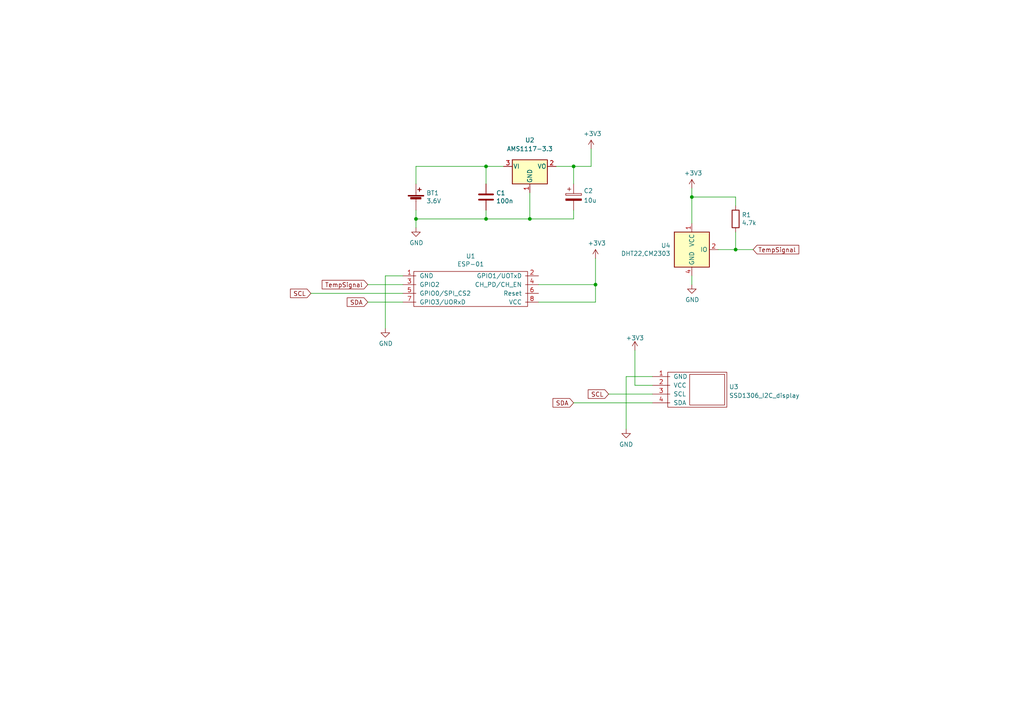
<source format=kicad_sch>
(kicad_sch (version 20211123) (generator eeschema)
  (paper "A4")
  (lib_symbols
    (symbol "Device:Battery_Cell" (pin_numbers hide) (pin_names (offset 0) hide)
      (property "Reference" "BT" (at 2.54 2.54 0))
      (property "Value" "Battery_Cell" (at 2.54 0 0))
      (symbol "Battery_Cell_0_1"
        (rectangle (start -2.286 1.778) (end 2.286 1.524) (fill (type outline)))
        (rectangle (start -1.5748 1.1938) (end 1.4732 0.6858) (fill (type outline)))
        (polyline (pts (xy 0 0.762) (xy 0 0)))
        (polyline (pts (xy 0 1.778) (xy 0 2.54)))
        (polyline (pts (xy 0.508 3.429) (xy 1.524 3.429)) (stroke (width 0.254)))
        (polyline (pts (xy 1.016 3.937) (xy 1.016 2.921)) (stroke (width 0.254)))
      )
      (symbol "Battery_Cell_1_1"
        (pin passive line (at 0 5.08 270) (length 2.54) (name "+") (number "1"))
        (pin passive line (at 0 -2.54 90) (length 2.54) (name "-") (number "2"))
      )
    )
    (symbol "Device:C" (pin_numbers hide) (pin_names (offset 0.254))
      (property "Reference" "C" (at 0.635 2.54 0))
      (property "Value" "C" (at 0.635 -2.54 0))
      (symbol "C_0_1"
        (polyline (pts (xy -2.032 -0.762) (xy 2.032 -0.762)) (stroke (width 0.508)))
        (polyline (pts (xy -2.032 0.762) (xy 2.032 0.762)) (stroke (width 0.508)))
      )
      (symbol "C_1_1"
        (pin passive line (at 0 3.81 270) (length 2.794) (name "~") (number "1"))
        (pin passive line (at 0 -3.81 90) (length 2.794) (name "~") (number "2"))
      )
    )
    (symbol "Device:C_Polarized" (pin_numbers hide) (pin_names (offset 0.254))
      (property "Reference" "C" (at 0.635 2.54 0))
      (property "Value" "C_Polarized" (at 0.635 -2.54 0))
      (symbol "C_Polarized_0_1"
        (rectangle (start -2.286 0.508) (end 2.286 1.016))
        (polyline (pts (xy -1.778 2.286) (xy -0.762 2.286)))
        (polyline (pts (xy -1.27 2.794) (xy -1.27 1.778)))
        (rectangle (start 2.286 -0.508) (end -2.286 -1.016) (fill (type outline)))
      )
      (symbol "C_Polarized_1_1"
        (pin passive line (at 0 3.81 270) (length 2.794) (name "~") (number "1"))
        (pin passive line (at 0 -3.81 90) (length 2.794) (name "~") (number "2"))
      )
    )
    (symbol "Device:R" (pin_numbers hide) (pin_names (offset 0))
      (property "Reference" "R" (at 2.032 0 90))
      (property "Value" "R" (at 0 0 90))
      (symbol "R_0_1"
        (rectangle (start -1.016 -2.54) (end 1.016 2.54) (stroke (width 0.254)))
      )
      (symbol "R_1_1"
        (pin passive line (at 0 3.81 270) (length 1.27) (name "~") (number "1"))
        (pin passive line (at 0 -3.81 90) (length 1.27) (name "~") (number "2"))
      )
    )
    (symbol "MyParts:SSD1306_I2C_display" (pin_names (offset 1.016))
      (property "Reference" "U" (at 5.715 2.54 0))
      (property "Value" "SSD1306_I2C_display" (at 12.7 -10.795 0))
      (symbol "SSD1306_I2C_display_0_1"
        (rectangle (start 4.445 1.27) (end 21.59 -8.89))
        (rectangle (start 10.795 0.635) (end 20.955 -8.255))
      )
      (symbol "SSD1306_I2C_display_1_1"
        (pin power_in line (at 0 0 0) (length 5.08) (name "GND") (number "1"))
        (pin power_in line (at 0 -2.54 0) (length 5.08) (name "VCC") (number "2"))
        (pin input line (at 0 -5.08 0) (length 5.08) (name "SCL") (number "3"))
        (pin input line (at 0 -7.62 0) (length 5.08) (name "SDA") (number "4"))
      )
    )
    (symbol "My_Arduino:ESP-01" (pin_names (offset 1.016))
      (property "Reference" "U" (at 5.08 2.54 0))
      (property "Value" "ESP-01" (at 9.525 -10.16 0))
      (symbol "ESP-01_0_1"
        (polyline (pts (xy 3.175 1.27) (xy 3.175 -8.89) (xy 36.195 -8.89) (xy 36.195 1.27) (xy 3.175 1.27)))
      )
      (symbol "ESP-01_1_1"
        (pin output line (at 0 0 0) (length 3.81) (name "GND") (number "1"))
        (pin power_in line (at 39.37 0 180) (length 3.81) (name "GPIO1/UOTxD") (number "2"))
        (pin input line (at 0 -2.54 0) (length 3.81) (name "GPIO2") (number "3"))
        (pin tri_state line (at 39.37 -2.54 180) (length 3.81) (name "CH_PD/CH_EN") (number "4"))
        (pin input line (at 0 -5.08 0) (length 3.81) (name "GPIO0/SPI_CS2") (number "5"))
        (pin tri_state line (at 39.37 -5.08 180) (length 3.81) (name "Reset") (number "6"))
        (pin power_in line (at 0 -7.62 0) (length 3.81) (name "GPIO3/UORxD") (number "7"))
        (pin input line (at 39.37 -7.62 180) (length 3.81) (name "VCC") (number "8"))
      )
    )
    (symbol "My_Parts:DHT22,CM2303"
      (property "Reference" "U" (at -3.81 6.35 0))
      (property "Value" "DHT22,CM2303" (at 7.62 6.35 0))
      (symbol "DHT22,CM2303_0_1"
        (rectangle (start -5.08 5.08) (end 5.08 -5.08) (stroke (width 0.254)) (fill (type background)))
      )
      (symbol "DHT22,CM2303_1_1"
        (pin power_in line (at 0 7.62 270) (length 2.54) (name "VCC") (number "1"))
        (pin bidirectional line (at 7.62 0 180) (length 2.54) (name "IO") (number "2"))
        (pin no_connect line (at -5.08 0 0) (length 2.54) hide (name "NC") (number "3"))
        (pin power_in line (at 0 -7.62 90) (length 2.54) (name "GND") (number "4"))
      )
    )
    (symbol "Regulator_Linear:AMS1117-3.3" (pin_names (offset 0.254))
      (property "Reference" "U" (at -3.81 3.175 0))
      (property "Value" "AMS1117-3.3" (at 0 3.175 0))
      (symbol "AMS1117-3.3_0_1"
        (rectangle (start -5.08 -5.08) (end 5.08 1.905) (stroke (width 0.254)) (fill (type background)))
      )
      (symbol "AMS1117-3.3_1_1"
        (pin power_in line (at 0 -7.62 90) (length 2.54) (name "GND") (number "1"))
        (pin power_out line (at 7.62 0 180) (length 2.54) (name "VO") (number "2"))
        (pin power_in line (at -7.62 0 0) (length 2.54) (name "VI") (number "3"))
      )
    )
    (symbol "power:+3.3V" (power) (pin_names (offset 0))
      (property "Value" "+3.3V" (at 0 3.556 0))
      (symbol "+3.3V_0_1"
        (polyline (pts (xy -0.762 1.27) (xy 0 2.54)))
        (polyline (pts (xy 0 0) (xy 0 2.54)))
        (polyline (pts (xy 0 2.54) (xy 0.762 1.27)))
      )
      (symbol "+3.3V_1_1"
        (pin power_in line (at 0 0 90) (length 0) hide (name "+3V3") (number "1"))
      )
    )
    (symbol "power:GND" (power) (pin_names (offset 0))
      (property "Value" "GND" (at 0 -3.81 0))
      (symbol "GND_0_1"
        (polyline (pts (xy 0 0) (xy 0 -1.27) (xy 1.27 -1.27) (xy 0 -2.54) (xy -1.27 -1.27) (xy 0 -1.27)))
      )
      (symbol "GND_1_1"
        (pin power_in line (at 0 0 270) (length 0) hide (name "GND") (number "1"))
      )
    )
  )
  (junction (at 120.65 63.5))
  (junction (at 140.97 63.5))
  (junction (at 172.72 82.55))
  (junction (at 140.97 48.26))
  (junction (at 213.36 72.39))
  (junction (at 153.67 63.5))
  (junction (at 166.37 48.26))
  (junction (at 200.66 57.15))
  (wire (pts (xy 171.45 48.26) (xy 171.45 43.18)))
  (wire (pts (xy 156.21 87.63) (xy 172.72 87.63)))
  (wire (pts (xy 120.65 48.26) (xy 140.97 48.26)))
  (wire (pts (xy 156.21 82.55) (xy 172.72 82.55)))
  (wire (pts (xy 111.76 80.01) (xy 111.76 95.25)))
  (wire (pts (xy 90.17 85.09) (xy 116.84 85.09)))
  (wire (pts (xy 172.72 74.93) (xy 172.72 82.55)))
  (wire (pts (xy 200.66 82.55) (xy 200.66 80.01)))
  (wire (pts (xy 153.67 55.88) (xy 153.67 63.5)))
  (wire (pts (xy 166.37 48.26) (xy 166.37 53.34)))
  (wire (pts (xy 176.53 114.3) (xy 189.23 114.3)))
  (wire (pts (xy 181.61 109.22) (xy 181.61 124.46)))
  (wire (pts (xy 153.67 63.5) (xy 166.37 63.5)))
  (wire (pts (xy 116.84 80.01) (xy 111.76 80.01)))
  (wire (pts (xy 161.29 48.26) (xy 166.37 48.26)))
  (wire (pts (xy 166.37 63.5) (xy 166.37 60.96)))
  (wire (pts (xy 120.65 63.5) (xy 120.65 66.04)))
  (wire (pts (xy 184.15 111.76) (xy 184.15 101.6)))
  (wire (pts (xy 120.65 53.34) (xy 120.65 48.26)))
  (wire (pts (xy 140.97 63.5) (xy 153.67 63.5)))
  (wire (pts (xy 166.37 116.84) (xy 189.23 116.84)))
  (wire (pts (xy 189.23 109.22) (xy 181.61 109.22)))
  (wire (pts (xy 172.72 82.55) (xy 172.72 87.63)))
  (wire (pts (xy 200.66 57.15) (xy 200.66 54.61)))
  (wire (pts (xy 140.97 60.96) (xy 140.97 63.5)))
  (wire (pts (xy 213.36 59.69) (xy 213.36 57.15)))
  (wire (pts (xy 166.37 48.26) (xy 171.45 48.26)))
  (wire (pts (xy 140.97 48.26) (xy 146.05 48.26)))
  (wire (pts (xy 218.44 72.39) (xy 213.36 72.39)))
  (wire (pts (xy 208.28 72.39) (xy 213.36 72.39)))
  (wire (pts (xy 213.36 72.39) (xy 213.36 67.31)))
  (wire (pts (xy 120.65 60.96) (xy 120.65 63.5)))
  (wire (pts (xy 106.68 82.55) (xy 116.84 82.55)))
  (wire (pts (xy 106.68 87.63) (xy 116.84 87.63)))
  (wire (pts (xy 140.97 53.34) (xy 140.97 48.26)))
  (wire (pts (xy 200.66 64.77) (xy 200.66 57.15)))
  (wire (pts (xy 213.36 57.15) (xy 200.66 57.15)))
  (wire (pts (xy 120.65 63.5) (xy 140.97 63.5)))
  (wire (pts (xy 189.23 111.76) (xy 184.15 111.76)))
  (global_label "SDA" (shape input) (at 166.37 116.84 180) (property "Intersheet References" "${INTERSHEET_REFS}" (effects hide)))
  (global_label "TempSignal" (shape input) (at 218.44 72.39 0) (property "Intersheet References" "${INTERSHEET_REFS}" (effects hide)))
  (global_label "TempSignal" (shape input) (at 106.68 82.55 180) (property "Intersheet References" "${INTERSHEET_REFS}" (effects hide)))
  (global_label "SCL" (shape input) (at 90.17 85.09 180) (property "Intersheet References" "${INTERSHEET_REFS}" (effects hide)))
  (global_label "SCL" (shape input) (at 176.53 114.3 180) (property "Intersheet References" "${INTERSHEET_REFS}" (effects hide)))
  (global_label "SDA" (shape input) (at 106.68 87.63 180) (property "Intersheet References" "${INTERSHEET_REFS}" (effects hide)))
  (symbol (lib_id "My_Arduino:ESP-01") (at 116.84 80.01 0) (unit 1)
    (property "Reference" "U1" (at 136.525 74.295 0))
    (property "Value" "ESP-01" (at 136.525 76.6064 0))
    (property "Footprint" "My_Arduino:ESP-01_w_pin_socket_large" (effects hide))
    (property "Datasheet" "http://l0l.org.uk/2014/12/esp8266-modules-hardware-guide-gotta-catch-em-all/" (effects hide))
  )
  (symbol (lib_id "Device:Battery_Cell") (at 120.65 58.42 0) (unit 1)
    (property "Reference" "BT1" (at 123.6472 55.9816 0) (effects (justify left)))
    (property "Value" "3.6V" (at 123.6472 58.293 0) (effects (justify left)))
    (property "Footprint" "My_Headers:2-pin_power_input_header_larger_pads" (effects hide))
  )
  (symbol (lib_id "Device:C") (at 140.97 57.15 0) (unit 1)
    (property "Reference" "C1" (at 143.891 55.9816 0) (effects (justify left)))
    (property "Value" "100n" (at 143.891 58.293 0) (effects (justify left)))
    (property "Footprint" "My_Misc:C_Disc_D3.0mm_W1.6mm_P2.50mm_larg" (effects hide))
  )
  (symbol (lib_id "power:GND") (at 120.65 66.04 0) (unit 1)
    (property "Reference" "#PWR02" (effects hide))
    (property "Value" "GND" (at 120.777 70.4342 0))
  )
  (symbol (lib_id "power:+3.3V") (at 171.45 43.18 0) (unit 1)
    (property "Reference" "#PWR03" (effects hide))
    (property "Value" "+3.3V" (at 171.831 38.7858 0))
  )
  (symbol (lib_id "power:+3.3V") (at 200.66 54.61 0) (unit 1)
    (property "Reference" "#PWR07" (effects hide))
    (property "Value" "+3.3V" (at 201.041 50.2158 0))
  )
  (symbol (lib_id "power:GND") (at 200.66 82.55 0) (unit 1)
    (property "Reference" "#PWR08" (effects hide))
    (property "Value" "GND" (at 200.787 86.9442 0))
  )
  (symbol (lib_id "Device:R") (at 213.36 63.5 0) (unit 1)
    (property "Reference" "R1" (at 215.138 62.3316 0) (effects (justify left)))
    (property "Value" "4.7k" (at 215.138 64.643 0) (effects (justify left)))
    (property "Footprint" "My_Misc:R_Axial_DIN0207_L6.3mm_D2.5mm_P10.16mm_Horizontal_larger_pads" (effects hide))
  )
  (symbol (lib_id "power:GND") (at 111.76 95.25 0) (unit 1)
    (property "Reference" "#PWR01" (effects hide))
    (property "Value" "GND" (at 111.887 99.6442 0))
  )
  (symbol (lib_id "power:+3.3V") (at 172.72 74.93 0) (unit 1)
    (property "Reference" "#PWR04" (effects hide))
    (property "Value" "+3.3V" (at 173.101 70.5358 0))
  )
  (symbol (lib_id "My_Parts:DHT22,CM2303") (at 200.66 72.39 0) (unit 1)
    (property "Reference" "U4" (at 194.4878 71.2216 0) (effects (justify right)))
    (property "Value" "DHT22,CM2303" (at 194.4878 73.533 0) (effects (justify right)))
    (property "Footprint" "My_Parts:DHT22,RHT03,CM2303_100mil_large" (effects hide))
    (property "Datasheet" "http://akizukidenshi.com/download/ds/aosong/DHT11.pdf" (effects hide))
  )
  (symbol (lib_id "Regulator_Linear:AMS1117-3.3") (at 153.67 48.26 0) (unit 1)
    (property "Reference" "U2" (at 153.67 40.64 0))
    (property "Value" "AMS1117-3.3" (at 153.67 43.18 0))
    (property "Footprint" "Package_TO_SOT_SMD:SOT-223-3_TabPin2" (effects hide))
    (property "Datasheet" "http://www.advanced-monolithic.com/pdf/ds1117.pdf" (effects hide))
  )
  (symbol (lib_id "power:GND") (at 181.61 124.46 0) (unit 1)
    (property "Reference" "#PWR05" (effects hide))
    (property "Value" "GND" (at 181.61 128.9034 0))
  )
  (symbol (lib_id "MyParts:SSD1306_I2C_display") (at 189.23 109.22 0) (unit 1)
    (property "Reference" "U3" (at 211.455 112.1953 0) (effects (justify left)))
    (property "Value" "SSD1306_I2C_display" (at 211.455 114.7322 0) (effects (justify left)))
    (property "Footprint" "My_Parts:SSD1306_I2C_0.96_OLED_display_large" (effects hide))
  )
  (symbol (lib_id "Device:C_Polarized") (at 166.37 57.15 0) (unit 1)
    (property "Reference" "C2" (at 169.291 55.3525 0) (effects (justify left)))
    (property "Value" "10u" (at 169.291 58.1276 0) (effects (justify left)))
    (property "Footprint" "My_Misc:CP_Radial_D5.0mm_P2.50mm_larger_pads" (effects hide))
  )
  (symbol (lib_id "power:+3.3V") (at 184.15 101.6 0) (unit 1)
    (property "Reference" "#PWR06" (effects hide))
    (property "Value" "+3.3V" (at 184.15 98.0242 0))
  )
)
</source>
